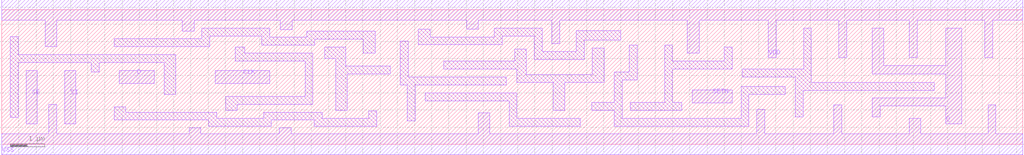
<source format=lef>
# Copyright 2022 GlobalFoundries PDK Authors
#
# Licensed under the Apache License, Version 2.0 (the "License");
# you may not use this file except in compliance with the License.
# You may obtain a copy of the License at
#
#      http://www.apache.org/licenses/LICENSE-2.0
#
# Unless required by applicable law or agreed to in writing, software
# distributed under the License is distributed on an "AS IS" BASIS,
# WITHOUT WARRANTIES OR CONDITIONS OF ANY KIND, either express or implied.
# See the License for the specific language governing permissions and
# limitations under the License.

MACRO gf180mcu_fd_sc_mcu7t5v0__sdffsnq_4
  CLASS core ;
  FOREIGN gf180mcu_fd_sc_mcu7t5v0__sdffsnq_4 0.0 0.0 ;
  ORIGIN 0 0 ;
  SYMMETRY X Y ;
  SITE GF018hv5v_mcu_sc7 ;
  SIZE 29.68 BY 3.92 ;
  PIN D
    DIRECTION INPUT ;
    ANTENNAGATEAREA 0.408 ;
    PORT
      LAYER METAL1 ;
        POLYGON 3.41 1.77 4.43 1.77 4.43 2.15 3.41 2.15  ;
    END
  END D
  PIN SE
    DIRECTION INPUT ;
    ANTENNAGATEAREA 0.816 ;
    PORT
      LAYER METAL1 ;
        POLYGON 0.705 0.595 1.03 0.595 1.03 2.15 0.705 2.15  ;
    END
  END SE
  PIN SETN
    DIRECTION INPUT ;
    ANTENNAGATEAREA 1.0805 ;
    PORT
      LAYER METAL1 ;
        POLYGON 20.075 1.21 21.23 1.21 21.23 1.59 20.075 1.59  ;
    END
  END SETN
  PIN SI
    DIRECTION INPUT ;
    ANTENNAGATEAREA 0.408 ;
    PORT
      LAYER METAL1 ;
        POLYGON 1.825 0.595 2.15 0.595 2.15 2.15 1.825 2.15  ;
    END
  END SI
  PIN CLK
    DIRECTION INPUT ;
    USE clock ;
    ANTENNAGATEAREA 0.6865 ;
    PORT
      LAYER METAL1 ;
        POLYGON 6.21 1.77 7.79 1.77 7.79 2.15 6.21 2.15  ;
    END
  END CLK
  PIN Q
    DIRECTION OUTPUT ;
    ANTENNADIFFAREA 2.3055 ;
    PORT
      LAYER METAL1 ;
        POLYGON 25.31 2.055 27.105 2.055 27.44 2.055 27.44 1.345 25.31 1.345 25.31 0.805 25.54 0.805 25.54 1.115 27.44 1.115 27.44 0.595 27.91 0.595 27.91 3.38 27.44 3.38 27.44 2.29 27.105 2.29 25.64 2.29 25.64 3.38 25.31 3.38  ;
    END
  END Q
  PIN VDD
    DIRECTION INOUT ;
    USE power ;
    SHAPE ABUTMENT ;
    PORT
      LAYER METAL1 ;
        POLYGON 0 3.62 1.26 3.62 1.26 2.845 1.6 2.845 1.6 3.62 5.25 3.62 5.25 3.305 5.59 3.305 5.59 3.62 8.1 3.62 8.1 3.35 8.44 3.35 8.44 3.62 10.85 3.62 11.29 3.62 13.51 3.62 13.51 3.36 13.85 3.36 13.85 3.62 15.985 3.62 15.985 2.93 16.215 2.93 16.215 3.62 17.99 3.62 19.93 3.62 19.93 2.66 20.27 2.66 20.27 3.62 21.235 3.62 22.285 3.62 22.285 2.53 22.515 2.53 22.515 3.62 24.325 3.62 24.325 2.53 24.555 2.53 24.555 3.62 26.38 3.62 26.38 2.53 26.61 2.53 26.61 3.62 27.105 3.62 28.57 3.62 28.57 2.53 28.8 2.53 28.8 3.62 29.68 3.62 29.68 4.22 27.105 4.22 21.235 4.22 17.99 4.22 11.29 4.22 10.85 4.22 0 4.22  ;
    END
  END VDD
  PIN VSS
    DIRECTION INOUT ;
    USE ground ;
    SHAPE ABUTMENT ;
    PORT
      LAYER METAL1 ;
        POLYGON 0 -0.3 29.68 -0.3 29.68 0.3 28.9 0.3 28.9 1.145 28.67 1.145 28.67 0.3 26.715 0.3 26.715 0.75 26.375 0.75 26.375 0.3 24.42 0.3 24.42 1.145 24.19 1.145 24.19 0.3 22.18 0.3 22.18 1.02 21.95 1.02 21.95 0.3 14.19 0.3 14.19 0.915 13.85 0.915 13.85 0.3 8.41 0.3 8.41 0.475 8.07 0.475 8.07 0.3 5.79 0.3 5.79 0.475 5.45 0.475 5.45 0.3 1.595 0.3 1.595 1.16 1.365 1.16 1.365 0.3 0 0.3  ;
    END
  END VSS
  OBS
      LAYER METAL1 ;
        POLYGON 0.245 0.78 0.475 0.78 0.475 2.385 2.6 2.385 2.6 2.105 2.83 2.105 2.83 2.385 4.725 2.385 4.725 1.455 5.065 1.455 5.065 2.615 0.475 2.615 0.475 3.14 0.245 3.14  ;
        POLYGON 6.785 2.43 8.815 2.43 8.815 1.395 6.51 1.395 6.51 0.99 6.85 0.99 6.85 1.165 9.045 1.165 9.045 2.66 7.07 2.66 7.07 2.835 6.785 2.835  ;
        POLYGON 3.27 2.845 6.05 2.845 6.05 3.16 7.56 3.16 7.56 2.89 9.095 2.89 9.095 3.065 10.51 3.065 10.51 2.655 10.85 2.655 10.85 3.295 8.865 3.295 8.865 3.12 7.79 3.12 7.79 3.39 5.82 3.39 5.82 3.075 3.27 3.075  ;
        POLYGON 3.27 0.705 6.02 0.705 6.02 0.53 7.84 0.53 7.84 0.705 9.085 0.705 9.085 0.53 10.895 0.53 10.895 0.97 10.665 0.97 10.665 0.76 9.315 0.76 9.315 0.935 7.61 0.935 7.61 0.76 6.25 0.76 6.25 0.935 3.61 0.935 3.61 1.095 3.27 1.095  ;
        POLYGON 9.395 2.495 9.71 2.495 9.71 0.99 10.05 0.99 10.05 2.045 11.29 2.045 11.29 2.28 9.995 2.28 9.995 2.835 9.395 2.835  ;
        POLYGON 11.585 1.725 11.785 1.725 11.785 0.68 12.015 0.68 12.015 1.725 14.67 1.725 14.67 1.96 11.815 1.96 11.815 3.015 11.585 3.015  ;
        POLYGON 12.31 1.26 14.745 1.26 14.745 0.53 16.81 0.53 16.81 0.76 14.975 0.76 14.975 1.495 12.31 1.495  ;
        POLYGON 12.85 2.19 14.965 2.19 14.965 1.805 16.03 1.805 16.03 0.99 16.37 0.99 16.37 1.805 17.51 1.805 17.51 2.81 17.17 2.81 17.17 2.04 15.25 2.04 15.25 2.78 14.91 2.78 14.91 2.425 12.85 2.425  ;
        POLYGON 12.11 2.9 14.55 2.9 14.55 3.16 15.48 3.16 15.48 2.465 16.93 2.465 16.93 3.04 17.99 3.04 17.99 3.31 16.7 3.31 16.7 2.7 15.71 2.7 15.71 3.39 14.32 3.39 14.32 3.13 12.45 3.13 12.45 3.355 12.11 3.355  ;
        POLYGON 19.495 2.2 21.235 2.2 21.235 2.835 21.005 2.835 21.005 2.43 19.495 2.43 19.495 2.89 19.265 2.89 19.265 1.22 18.27 1.22 18.27 0.99 19.77 0.99 19.77 1.22 19.495 1.22  ;
        POLYGON 17.15 0.99 17.81 0.99 17.81 0.53 21.72 0.53 21.72 1.45 22.775 1.45 22.775 1.685 21.49 1.685 21.49 0.76 18.04 0.76 18.04 1.875 18.475 1.875 18.475 2.89 18.245 2.89 18.245 2.105 17.81 2.105 17.81 1.22 17.15 1.22  ;
        POLYGON 21.53 1.965 23.07 1.965 23.07 0.805 23.3 0.805 23.3 1.575 27.105 1.575 27.105 1.805 23.535 1.805 23.535 3.38 23.305 3.38 23.305 2.195 21.53 2.195  ;
  END
END gf180mcu_fd_sc_mcu7t5v0__sdffsnq_4

</source>
